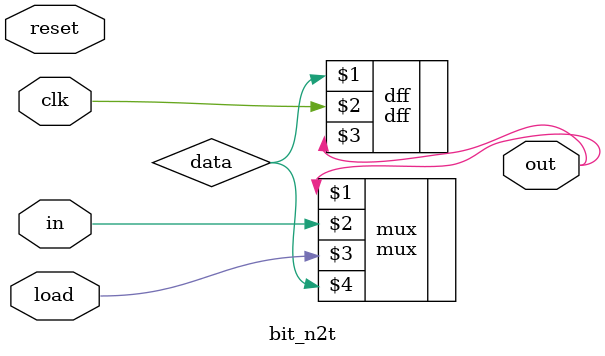
<source format=sv>
module bit_n2t(
    input  in,
    input  load,
    input  reset,
    input  clk,
    output out
);

    mux mux(out, in, load, data);
    dff dff(data, clk, out);

endmodule

</source>
